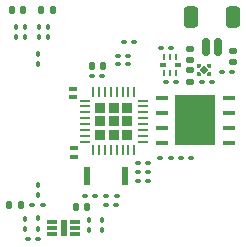
<source format=gbr>
%TF.GenerationSoftware,KiCad,Pcbnew,9.0.6-rc1*%
%TF.CreationDate,2025-11-21T10:50:26+01:00*%
%TF.ProjectId,hardware_V8,68617264-7761-4726-955f-56382e6b6963,rev?*%
%TF.SameCoordinates,Original*%
%TF.FileFunction,Paste,Top*%
%TF.FilePolarity,Positive*%
%FSLAX46Y46*%
G04 Gerber Fmt 4.6, Leading zero omitted, Abs format (unit mm)*
G04 Created by KiCad (PCBNEW 9.0.6-rc1) date 2025-11-21 10:50:26*
%MOMM*%
%LPD*%
G01*
G04 APERTURE LIST*
G04 Aperture macros list*
%AMRoundRect*
0 Rectangle with rounded corners*
0 $1 Rounding radius*
0 $2 $3 $4 $5 $6 $7 $8 $9 X,Y pos of 4 corners*
0 Add a 4 corners polygon primitive as box body*
4,1,4,$2,$3,$4,$5,$6,$7,$8,$9,$2,$3,0*
0 Add four circle primitives for the rounded corners*
1,1,$1+$1,$2,$3*
1,1,$1+$1,$4,$5*
1,1,$1+$1,$6,$7*
1,1,$1+$1,$8,$9*
0 Add four rect primitives between the rounded corners*
20,1,$1+$1,$2,$3,$4,$5,0*
20,1,$1+$1,$4,$5,$6,$7,0*
20,1,$1+$1,$6,$7,$8,$9,0*
20,1,$1+$1,$8,$9,$2,$3,0*%
%AMRotRect*
0 Rectangle, with rotation*
0 The origin of the aperture is its center*
0 $1 length*
0 $2 width*
0 $3 Rotation angle, in degrees counterclockwise*
0 Add horizontal line*
21,1,$1,$2,0,0,$3*%
%AMOutline5P*
0 Free polygon, 5 corners , with rotation*
0 The origin of the aperture is its center*
0 number of corners: always 5*
0 $1 to $10 corner X, Y*
0 $11 Rotation angle, in degrees counterclockwise*
0 create outline with 5 corners*
4,1,5,$1,$2,$3,$4,$5,$6,$7,$8,$9,$10,$1,$2,$11*%
%AMOutline6P*
0 Free polygon, 6 corners , with rotation*
0 The origin of the aperture is its center*
0 number of corners: always 6*
0 $1 to $12 corner X, Y*
0 $13 Rotation angle, in degrees counterclockwise*
0 create outline with 6 corners*
4,1,6,$1,$2,$3,$4,$5,$6,$7,$8,$9,$10,$11,$12,$1,$2,$13*%
%AMOutline7P*
0 Free polygon, 7 corners , with rotation*
0 The origin of the aperture is its center*
0 number of corners: always 7*
0 $1 to $14 corner X, Y*
0 $15 Rotation angle, in degrees counterclockwise*
0 create outline with 7 corners*
4,1,7,$1,$2,$3,$4,$5,$6,$7,$8,$9,$10,$11,$12,$13,$14,$1,$2,$15*%
%AMOutline8P*
0 Free polygon, 8 corners , with rotation*
0 The origin of the aperture is its center*
0 number of corners: always 8*
0 $1 to $16 corner X, Y*
0 $17 Rotation angle, in degrees counterclockwise*
0 create outline with 8 corners*
4,1,8,$1,$2,$3,$4,$5,$6,$7,$8,$9,$10,$11,$12,$13,$14,$15,$16,$1,$2,$17*%
G04 Aperture macros list end*
%ADD10R,0.700000X0.400000*%
%ADD11RoundRect,0.090000X-0.139000X-0.090000X0.139000X-0.090000X0.139000X0.090000X-0.139000X0.090000X0*%
%ADD12R,1.050000X0.450000*%
%ADD13R,3.450000X4.350000*%
%ADD14RoundRect,0.147500X-0.147500X-0.172500X0.147500X-0.172500X0.147500X0.172500X-0.147500X0.172500X0*%
%ADD15RoundRect,0.090000X0.090000X-0.139000X0.090000X0.139000X-0.090000X0.139000X-0.090000X-0.139000X0*%
%ADD16RoundRect,0.140000X-0.140000X-0.170000X0.140000X-0.170000X0.140000X0.170000X-0.140000X0.170000X0*%
%ADD17RoundRect,0.090000X0.139000X0.090000X-0.139000X0.090000X-0.139000X-0.090000X0.139000X-0.090000X0*%
%ADD18RoundRect,0.090000X-0.090000X0.139000X-0.090000X-0.139000X0.090000X-0.139000X0.090000X0.139000X0*%
%ADD19R,0.850000X0.300000*%
%ADD20R,0.610000X1.420000*%
%ADD21R,0.550000X1.500000*%
%ADD22RoundRect,0.140000X-0.170000X0.140000X-0.170000X-0.140000X0.170000X-0.140000X0.170000X0.140000X0*%
%ADD23R,0.250000X0.550000*%
%ADD24R,0.200000X0.550000*%
%ADD25R,0.600000X0.300000*%
%ADD26RoundRect,0.147500X0.147500X0.172500X-0.147500X0.172500X-0.147500X-0.172500X0.147500X-0.172500X0*%
%ADD27RoundRect,0.140000X0.170000X-0.140000X0.170000X0.140000X-0.170000X0.140000X-0.170000X-0.140000X0*%
%ADD28RoundRect,0.232500X0.232500X0.232500X-0.232500X0.232500X-0.232500X-0.232500X0.232500X-0.232500X0*%
%ADD29RoundRect,0.062500X0.375000X0.062500X-0.375000X0.062500X-0.375000X-0.062500X0.375000X-0.062500X0*%
%ADD30RoundRect,0.062500X0.062500X0.375000X-0.062500X0.375000X-0.062500X-0.375000X0.062500X-0.375000X0*%
%ADD31RoundRect,0.140000X0.140000X0.170000X-0.140000X0.170000X-0.140000X-0.170000X0.140000X-0.170000X0*%
%ADD32Outline5P,-0.207500X0.150000X0.207500X0.150000X0.207500X0.000000X0.057500X-0.150000X-0.207500X-0.150000X0.000000*%
%ADD33Outline5P,-0.207500X0.150000X0.057500X0.150000X0.207500X0.000000X0.207500X-0.150000X-0.207500X-0.150000X0.000000*%
%ADD34RotRect,0.500000X0.500000X45.000000*%
%ADD35Outline5P,-0.207500X0.000000X-0.057500X0.150000X0.207500X0.150000X0.207500X-0.150000X-0.207500X-0.150000X0.000000*%
%ADD36Outline5P,-0.207500X0.150000X0.207500X0.150000X0.207500X-0.150000X-0.057500X-0.150000X-0.207500X0.000000X0.000000*%
%ADD37RoundRect,0.150000X-0.150000X-0.625000X0.150000X-0.625000X0.150000X0.625000X-0.150000X0.625000X0*%
%ADD38RoundRect,0.250000X-0.350000X-0.650000X0.350000X-0.650000X0.350000X0.650000X-0.350000X0.650000X0*%
G04 APERTURE END LIST*
D10*
%TO.C,D1*%
X117860000Y-95370000D03*
X117860000Y-94670000D03*
%TD*%
D11*
%TO.C,C14*%
X120675000Y-103800000D03*
X121540000Y-103800000D03*
%TD*%
D12*
%TO.C,IC6*%
X131050000Y-99250000D03*
X131050000Y-97980000D03*
X131050000Y-96710000D03*
X131050000Y-95440000D03*
X125350000Y-95440000D03*
X125350000Y-96710000D03*
X125350000Y-97980000D03*
X125350000Y-99250000D03*
D13*
X128200000Y-97345000D03*
%TD*%
D14*
%TO.C,LEDGREEN1*%
X115155000Y-87980000D03*
X116125000Y-87980000D03*
%TD*%
D15*
%TO.C,R23*%
X114900000Y-92572500D03*
X114900000Y-91707500D03*
%TD*%
%TO.C,R9*%
X113800000Y-90332500D03*
X113800000Y-89467500D03*
%TD*%
D11*
%TO.C,R6*%
X123337500Y-101750000D03*
X124202500Y-101750000D03*
%TD*%
D16*
%TO.C,C29*%
X118120000Y-104700000D03*
X119080000Y-104700000D03*
%TD*%
D11*
%TO.C,R11*%
X121660000Y-92600000D03*
X122525000Y-92600000D03*
%TD*%
D17*
%TO.C,C25*%
X123000000Y-90750000D03*
X122135000Y-90750000D03*
%TD*%
D11*
%TO.C,R4*%
X114417500Y-104550000D03*
X115282500Y-104550000D03*
%TD*%
D17*
%TO.C,R3*%
X119732500Y-103800000D03*
X118867500Y-103800000D03*
%TD*%
D18*
%TO.C,R7*%
X113770000Y-105697500D03*
X113770000Y-106562500D03*
%TD*%
D19*
%TO.C,IC5*%
X118000000Y-107000000D03*
X118000000Y-106500000D03*
X118000000Y-106000000D03*
X116100000Y-106000000D03*
X116100000Y-106500000D03*
X116100000Y-107000000D03*
D20*
X117050000Y-106500000D03*
%TD*%
D21*
%TO.C,SW4*%
X122275000Y-102050000D03*
X119025000Y-102050000D03*
%TD*%
D11*
%TO.C,R12*%
X121660000Y-91900000D03*
X122525000Y-91900000D03*
%TD*%
D22*
%TO.C,C4*%
X131400000Y-91450000D03*
X131400000Y-92410000D03*
%TD*%
D17*
%TO.C,R13*%
X127882500Y-100550000D03*
X127017500Y-100550000D03*
%TD*%
%TO.C,C10*%
X120332500Y-93600000D03*
X119467500Y-93600000D03*
%TD*%
D18*
%TO.C,C6*%
X119200000Y-105767500D03*
X119200000Y-106632500D03*
%TD*%
D17*
%TO.C,R19*%
X121532500Y-104500000D03*
X120667500Y-104500000D03*
%TD*%
D23*
%TO.C,IC1*%
X126590000Y-92000000D03*
D24*
X126090000Y-92000000D03*
D23*
X125590000Y-92000000D03*
D25*
X125440000Y-92675000D03*
D23*
X125590000Y-93350000D03*
D24*
X126090000Y-93350000D03*
D23*
X126590000Y-93350000D03*
D25*
X126740000Y-92675000D03*
%TD*%
D17*
%TO.C,R18*%
X131332500Y-93250000D03*
X130467500Y-93250000D03*
%TD*%
D15*
%TO.C,C20*%
X115000000Y-90332500D03*
X115000000Y-89467500D03*
%TD*%
D26*
%TO.C,LEDBLUE1*%
X113645000Y-87990000D03*
X112675000Y-87990000D03*
%TD*%
D14*
%TO.C,LEDRED1*%
X112465000Y-104550000D03*
X113435000Y-104550000D03*
%TD*%
D11*
%TO.C,R20*%
X125737500Y-94140000D03*
X126602500Y-94140000D03*
%TD*%
D18*
%TO.C,C7*%
X114930000Y-105647500D03*
X114930000Y-106512500D03*
%TD*%
D15*
%TO.C,R1*%
X115750000Y-90332500D03*
X115750000Y-89467500D03*
%TD*%
D27*
%TO.C,C1*%
X127740000Y-92250000D03*
X127740000Y-91290000D03*
%TD*%
D28*
%TO.C,U1*%
X122452500Y-98580000D03*
X122452500Y-97430000D03*
X122452500Y-96280000D03*
X121302500Y-98580000D03*
X121302500Y-97430000D03*
X121302500Y-96280000D03*
X120152500Y-98580000D03*
X120152500Y-97430000D03*
X120152500Y-96280000D03*
D29*
X123740000Y-99180000D03*
X123740000Y-98680000D03*
X123740000Y-98180000D03*
X123740000Y-97680000D03*
X123740000Y-97180000D03*
X123740000Y-96680000D03*
X123740000Y-96180000D03*
X123740000Y-95680000D03*
D30*
X123052500Y-94992500D03*
X122552500Y-94992500D03*
X122052500Y-94992500D03*
X121552500Y-94992500D03*
X121052500Y-94992500D03*
X120552500Y-94992500D03*
X120052500Y-94992500D03*
X119552500Y-94992500D03*
D29*
X118865000Y-95680000D03*
X118865000Y-96180000D03*
X118865000Y-96680000D03*
X118865000Y-97180000D03*
X118865000Y-97680000D03*
X118865000Y-98180000D03*
X118865000Y-98680000D03*
X118865000Y-99180000D03*
D30*
X119552500Y-99867500D03*
X120052500Y-99867500D03*
X120552500Y-99867500D03*
X121052500Y-99867500D03*
X121552500Y-99867500D03*
X122052500Y-99867500D03*
X122552500Y-99867500D03*
X123052500Y-99867500D03*
%TD*%
D18*
%TO.C,R22*%
X114890000Y-102837500D03*
X114890000Y-103702500D03*
%TD*%
D31*
%TO.C,C19*%
X120430000Y-92750000D03*
X119470000Y-92750000D03*
%TD*%
D10*
%TO.C,D2*%
X117900000Y-100430000D03*
X117900000Y-99730000D03*
%TD*%
D32*
%TO.C,U2*%
X128557500Y-92725000D03*
D33*
X128557500Y-93435000D03*
D34*
X128950000Y-93080000D03*
D35*
X129342500Y-93435000D03*
D36*
X129342500Y-92725000D03*
%TD*%
D18*
%TO.C,R8*%
X120300000Y-105760000D03*
X120300000Y-106625000D03*
%TD*%
D17*
%TO.C,R17*%
X114932500Y-107400000D03*
X114067500Y-107400000D03*
%TD*%
D22*
%TO.C,C5*%
X127740000Y-93110000D03*
X127740000Y-94070000D03*
%TD*%
D17*
%TO.C,C11*%
X126112500Y-100570000D03*
X125247500Y-100570000D03*
%TD*%
D15*
%TO.C,R2*%
X113050000Y-90332500D03*
X113050000Y-89467500D03*
%TD*%
D11*
%TO.C,R21*%
X125287500Y-91240000D03*
X126152500Y-91240000D03*
%TD*%
D37*
%TO.C,U5*%
X129130000Y-91125000D03*
X130130000Y-91125000D03*
D38*
X127830000Y-88600000D03*
X131430000Y-88600000D03*
%TD*%
D11*
%TO.C,C13*%
X123345000Y-100960000D03*
X124210000Y-100960000D03*
%TD*%
%TO.C,C18*%
X123327500Y-102460000D03*
X124192500Y-102460000D03*
%TD*%
%TO.C,R5*%
X128785000Y-94150000D03*
X129650000Y-94150000D03*
%TD*%
M02*

</source>
